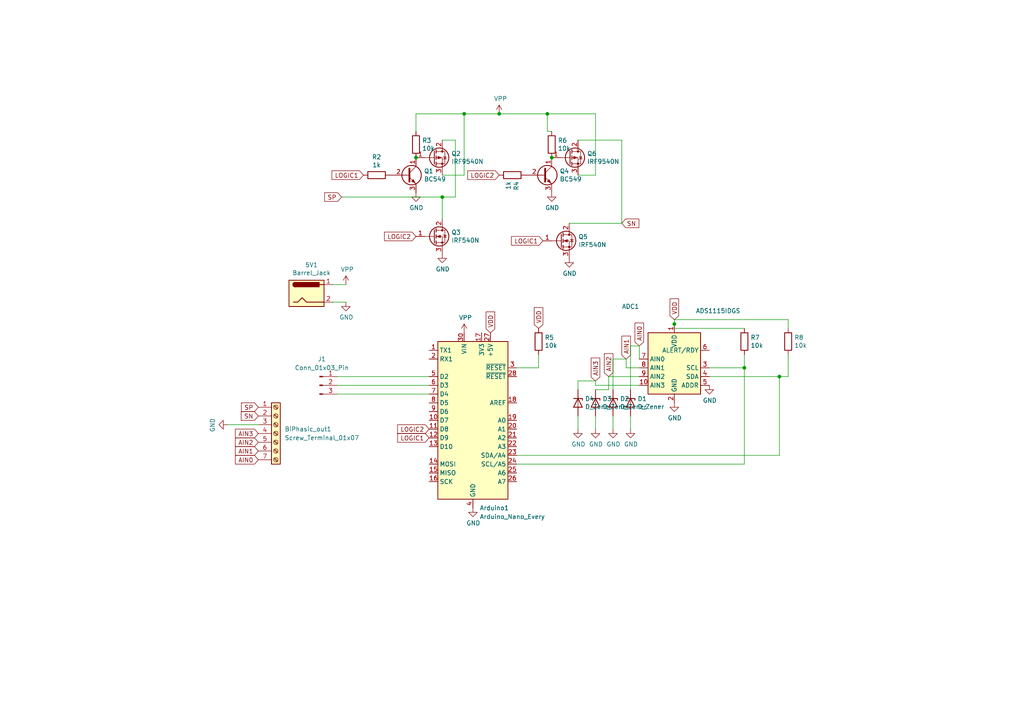
<source format=kicad_sch>
(kicad_sch (version 20230121) (generator eeschema)
  (paper "A4")
  (lib_symbols
    (symbol "Analog_ADC:ADS1115IDGS"
      (property "Reference" "U3" (at -12.7 17.78 0))
      (property "Value" "ADS1115IDGS" (at 12.7 16.51 0))
      (symbol "ADS1115IDGS_0_1"
        (rectangle (start -7.62 10.16) (end 7.62 -7.62) (stroke (width 0.254)) (fill (type background)))
      )
      (symbol "ADS1115IDGS_1_1"
        (pin power_in line (at 0 12.7 270) (length 2.54) (name "VDD") (number "1"))
        (pin input line (at -10.16 -5.08 0) (length 2.54) (name "AIN3") (number "10"))
        (pin power_in line (at 0 -10.16 90) (length 2.54) (name "GND") (number "2"))
        (pin input line (at 10.16 0 180) (length 2.54) (name "SCL") (number "3"))
        (pin bidirectional line (at 10.16 -2.54 180) (length 2.54) (name "SDA") (number "4"))
        (pin input line (at 10.16 -5.08 180) (length 2.54) (name "ADDR") (number "5"))
        (pin output line (at 10.16 5.08 180) (length 2.54) (name "ALERT/RDY") (number "6"))
        (pin input line (at -10.16 2.54 0) (length 2.54) (name "AIN0") (number "7"))
        (pin input line (at -10.16 0 0) (length 2.54) (name "AIN1") (number "8"))
        (pin input line (at -10.16 -2.54 0) (length 2.54) (name "AIN2") (number "9"))
      )
    )
    (symbol "Connector:Barrel_Jack" (pin_names (offset 1.016))
      (property "Reference" "J" (at 0 5.334 0))
      (property "Value" "Barrel_Jack" (at 0 -5.08 0))
      (symbol "Barrel_Jack_0_1"
        (rectangle (start -5.08 3.81) (end 5.08 -3.81) (stroke (width 0.254)) (fill (type background)))
        (arc (start -3.302 3.175) (mid -3.9343 2.54) (end -3.302 1.905) (stroke (width 0.254)))
        (arc (start -3.302 3.175) (mid -3.9343 2.54) (end -3.302 1.905) (stroke (width 0.254)) (fill (type outline)))
        (polyline (pts (xy 5.08 2.54) (xy 3.81 2.54)) (stroke (width 0.254)))
        (polyline (pts (xy -3.81 -2.54) (xy -2.54 -2.54) (xy -1.27 -1.27) (xy 0 -2.54) (xy 2.54 -2.54) (xy 5.08 -2.54)) (stroke (width 0.254)))
        (rectangle (start 3.683 3.175) (end -3.302 1.905) (stroke (width 0.254)) (fill (type outline)))
      )
      (symbol "Barrel_Jack_1_1"
        (pin passive line (at 7.62 2.54 180) (length 2.54) (name "~") (number "1"))
        (pin passive line (at 7.62 -2.54 180) (length 2.54) (name "~") (number "2"))
      )
    )
    (symbol "Connector:Conn_01x03_Pin" (pin_names (offset 1.016) hide)
      (property "Reference" "J" (at 0 5.08 0))
      (property "Value" "Conn_01x03_Pin" (at 0 -5.08 0))
      (symbol "Conn_01x03_Pin_1_1"
        (polyline (pts (xy 1.27 -2.54) (xy 0.8636 -2.54)) (stroke (width 0.1524)))
        (polyline (pts (xy 1.27 0) (xy 0.8636 0)) (stroke (width 0.1524)))
        (polyline (pts (xy 1.27 2.54) (xy 0.8636 2.54)) (stroke (width 0.1524)))
        (rectangle (start 0.8636 -2.413) (end 0 -2.667) (stroke (width 0.1524)) (fill (type outline)))
        (rectangle (start 0.8636 0.127) (end 0 -0.127) (stroke (width 0.1524)) (fill (type outline)))
        (rectangle (start 0.8636 2.667) (end 0 2.413) (stroke (width 0.1524)) (fill (type outline)))
        (pin passive line (at 5.08 2.54 180) (length 3.81) (name "Pin_1") (number "1"))
        (pin passive line (at 5.08 0 180) (length 3.81) (name "Pin_2") (number "2"))
        (pin passive line (at 5.08 -2.54 180) (length 3.81) (name "Pin_3") (number "3"))
      )
    )
    (symbol "Connector:Screw_Terminal_01x07" (pin_names (offset 1.016) hide)
      (property "Reference" "J" (at 0 10.16 0))
      (property "Value" "Screw_Terminal_01x07" (at 0 -10.16 0))
      (symbol "Screw_Terminal_01x07_1_1"
        (rectangle (start -1.27 8.89) (end 1.27 -8.89) (stroke (width 0.254)) (fill (type background)))
        (circle (center 0 -7.62) (radius 0.635) (stroke (width 0.1524)))
        (circle (center 0 -5.08) (radius 0.635) (stroke (width 0.1524)))
        (circle (center 0 -2.54) (radius 0.635) (stroke (width 0.1524)))
        (polyline (pts (xy -0.5334 -7.2898) (xy 0.3302 -8.128)) (stroke (width 0.1524)))
        (polyline (pts (xy -0.5334 -4.7498) (xy 0.3302 -5.588)) (stroke (width 0.1524)))
        (polyline (pts (xy -0.5334 -2.2098) (xy 0.3302 -3.048)) (stroke (width 0.1524)))
        (polyline (pts (xy -0.5334 0.3302) (xy 0.3302 -0.508)) (stroke (width 0.1524)))
        (polyline (pts (xy -0.5334 2.8702) (xy 0.3302 2.032)) (stroke (width 0.1524)))
        (polyline (pts (xy -0.5334 5.4102) (xy 0.3302 4.572)) (stroke (width 0.1524)))
        (polyline (pts (xy -0.5334 7.9502) (xy 0.3302 7.112)) (stroke (width 0.1524)))
        (polyline (pts (xy -0.3556 -7.112) (xy 0.508 -7.9502)) (stroke (width 0.1524)))
        (polyline (pts (xy -0.3556 -4.572) (xy 0.508 -5.4102)) (stroke (width 0.1524)))
        (polyline (pts (xy -0.3556 -2.032) (xy 0.508 -2.8702)) (stroke (width 0.1524)))
        (polyline (pts (xy -0.3556 0.508) (xy 0.508 -0.3302)) (stroke (width 0.1524)))
        (polyline (pts (xy -0.3556 3.048) (xy 0.508 2.2098)) (stroke (width 0.1524)))
        (polyline (pts (xy -0.3556 5.588) (xy 0.508 4.7498)) (stroke (width 0.1524)))
        (polyline (pts (xy -0.3556 8.128) (xy 0.508 7.2898)) (stroke (width 0.1524)))
        (circle (center 0 0) (radius 0.635) (stroke (width 0.1524)))
        (circle (center 0 2.54) (radius 0.635) (stroke (width 0.1524)))
        (circle (center 0 5.08) (radius 0.635) (stroke (width 0.1524)))
        (circle (center 0 7.62) (radius 0.635) (stroke (width 0.1524)))
        (pin passive line (at -5.08 7.62 0) (length 3.81) (name "Pin_1") (number "1"))
        (pin passive line (at -5.08 5.08 0) (length 3.81) (name "Pin_2") (number "2"))
        (pin passive line (at -5.08 2.54 0) (length 3.81) (name "Pin_3") (number "3"))
        (pin passive line (at -5.08 0 0) (length 3.81) (name "Pin_4") (number "4"))
        (pin passive line (at -5.08 -2.54 0) (length 3.81) (name "Pin_5") (number "5"))
        (pin passive line (at -5.08 -5.08 0) (length 3.81) (name "Pin_6") (number "6"))
        (pin passive line (at -5.08 -7.62 0) (length 3.81) (name "Pin_7") (number "7"))
      )
    )
    (symbol "Device:D_Zener" (pin_numbers hide) (pin_names (offset 1.016) hide)
      (property "Reference" "D" (at 0 2.54 0))
      (property "Value" "D_Zener" (at 0 -2.54 0))
      (symbol "D_Zener_0_1"
        (polyline (pts (xy 1.27 0) (xy -1.27 0)))
        (polyline (pts (xy -1.27 -1.27) (xy -1.27 1.27) (xy -0.762 1.27)) (stroke (width 0.254)))
        (polyline (pts (xy 1.27 -1.27) (xy 1.27 1.27) (xy -1.27 0) (xy 1.27 -1.27)) (stroke (width 0.254)))
      )
      (symbol "D_Zener_1_1"
        (pin passive line (at -3.81 0 0) (length 2.54) (name "K") (number "1"))
        (pin passive line (at 3.81 0 180) (length 2.54) (name "A") (number "2"))
      )
    )
    (symbol "Device:R" (pin_numbers hide) (pin_names (offset 0))
      (property "Reference" "R" (at 2.032 0 90))
      (property "Value" "R" (at 0 0 90))
      (symbol "R_0_1"
        (rectangle (start -1.016 -2.54) (end 1.016 2.54) (stroke (width 0.254)))
      )
      (symbol "R_1_1"
        (pin passive line (at 0 3.81 270) (length 1.27) (name "~") (number "1"))
        (pin passive line (at 0 -3.81 90) (length 1.27) (name "~") (number "2"))
      )
    )
    (symbol "MCU_Module:Arduino_Nano_Every"
      (property "Reference" "A" (at -10.16 23.495 0))
      (property "Value" "Arduino_Nano_Every" (at 5.08 -24.13 0))
      (symbol "Arduino_Nano_Every_0_1"
        (rectangle (start -10.16 22.86) (end 10.16 -22.86) (stroke (width 0.254)) (fill (type background)))
      )
      (symbol "Arduino_Nano_Every_1_1"
        (pin bidirectional line (at -12.7 20.32 0) (length 2.54) (name "TX1") (number "1"))
        (pin bidirectional line (at -12.7 0 0) (length 2.54) (name "D7") (number "10"))
        (pin bidirectional line (at -12.7 -2.54 0) (length 2.54) (name "D8") (number "11"))
        (pin bidirectional line (at -12.7 -5.08 0) (length 2.54) (name "D9") (number "12"))
        (pin bidirectional line (at -12.7 -7.62 0) (length 2.54) (name "D10") (number "13"))
        (pin bidirectional line (at -12.7 -12.7 0) (length 2.54) (name "MOSI") (number "14"))
        (pin bidirectional line (at -12.7 -15.24 0) (length 2.54) (name "MISO") (number "15"))
        (pin bidirectional line (at -12.7 -17.78 0) (length 2.54) (name "SCK") (number "16"))
        (pin power_out line (at 2.54 25.4 270) (length 2.54) (name "3V3") (number "17"))
        (pin input line (at 12.7 5.08 180) (length 2.54) (name "AREF") (number "18"))
        (pin bidirectional line (at 12.7 0 180) (length 2.54) (name "A0") (number "19"))
        (pin bidirectional line (at -12.7 17.78 0) (length 2.54) (name "RX1") (number "2"))
        (pin bidirectional line (at 12.7 -2.54 180) (length 2.54) (name "A1") (number "20"))
        (pin bidirectional line (at 12.7 -5.08 180) (length 2.54) (name "A2") (number "21"))
        (pin bidirectional line (at 12.7 -7.62 180) (length 2.54) (name "A3") (number "22"))
        (pin bidirectional line (at 12.7 -10.16 180) (length 2.54) (name "SDA/A4") (number "23"))
        (pin bidirectional line (at 12.7 -12.7 180) (length 2.54) (name "SCL/A5") (number "24"))
        (pin bidirectional line (at 12.7 -15.24 180) (length 2.54) (name "A6") (number "25"))
        (pin bidirectional line (at 12.7 -17.78 180) (length 2.54) (name "A7") (number "26"))
        (pin power_out line (at 5.08 25.4 270) (length 2.54) (name "+5V") (number "27"))
        (pin input line (at 12.7 12.7 180) (length 2.54) (name "~{RESET}") (number "28"))
        (pin passive line (at 0 -25.4 90) (length 2.54) hide (name "GND") (number "29"))
        (pin input line (at 12.7 15.24 180) (length 2.54) (name "~{RESET}") (number "3"))
        (pin power_in line (at -2.54 25.4 270) (length 2.54) (name "VIN") (number "30"))
        (pin power_in line (at 0 -25.4 90) (length 2.54) (name "GND") (number "4"))
        (pin bidirectional line (at -12.7 12.7 0) (length 2.54) (name "D2") (number "5"))
        (pin bidirectional line (at -12.7 10.16 0) (length 2.54) (name "D3") (number "6"))
        (pin bidirectional line (at -12.7 7.62 0) (length 2.54) (name "D4") (number "7"))
        (pin bidirectional line (at -12.7 5.08 0) (length 2.54) (name "D5") (number "8"))
        (pin bidirectional line (at -12.7 2.54 0) (length 2.54) (name "D6") (number "9"))
      )
    )
    (symbol "Transistor_BJT:BC549" (pin_names (offset 0) hide)
      (property "Reference" "Q" (at 5.08 1.905 0))
      (property "Value" "BC549" (at 5.08 0 0))
      (symbol "BC549_0_1"
        (polyline (pts (xy 0 0) (xy 0.635 0)))
        (polyline (pts (xy 0.635 0.635) (xy 2.54 2.54)))
        (polyline (pts (xy 0.635 -0.635) (xy 2.54 -2.54) (xy 2.54 -2.54)))
        (polyline (pts (xy 0.635 1.905) (xy 0.635 -1.905) (xy 0.635 -1.905)) (stroke (width 0.508)))
        (polyline (pts (xy 1.27 -1.778) (xy 1.778 -1.27) (xy 2.286 -2.286) (xy 1.27 -1.778) (xy 1.27 -1.778)) (fill (type outline)))
        (circle (center 1.27 0) (radius 2.8194) (stroke (width 0.254)))
      )
      (symbol "BC549_1_1"
        (pin passive line (at 2.54 5.08 270) (length 2.54) (name "C") (number "1"))
        (pin input line (at -5.08 0 0) (length 5.08) (name "B") (number "2"))
        (pin passive line (at 2.54 -5.08 90) (length 2.54) (name "E") (number "3"))
      )
    )
    (symbol "Transistor_FET:IRF540N" (pin_names hide)
      (property "Reference" "Q" (at 6.35 1.905 0))
      (property "Value" "IRF540N" (at 6.35 0 0))
      (symbol "IRF540N_0_1"
        (polyline (pts (xy 0.254 0) (xy -2.54 0)))
        (polyline (pts (xy 0.254 1.905) (xy 0.254 -1.905)) (stroke (width 0.254)))
        (polyline (pts (xy 0.762 -1.27) (xy 0.762 -2.286)) (stroke (width 0.254)))
        (polyline (pts (xy 0.762 0.508) (xy 0.762 -0.508)) (stroke (width 0.254)))
        (polyline (pts (xy 0.762 2.286) (xy 0.762 1.27)) (stroke (width 0.254)))
        (polyline (pts (xy 2.54 2.54) (xy 2.54 1.778)))
        (polyline (pts (xy 2.54 -2.54) (xy 2.54 0) (xy 0.762 0)))
        (polyline (pts (xy 0.762 -1.778) (xy 3.302 -1.778) (xy 3.302 1.778) (xy 0.762 1.778)))
        (polyline (pts (xy 1.016 0) (xy 2.032 0.381) (xy 2.032 -0.381) (xy 1.016 0)) (fill (type outline)))
        (polyline (pts (xy 2.794 0.508) (xy 2.921 0.381) (xy 3.683 0.381) (xy 3.81 0.254)))
        (polyline (pts (xy 3.302 0.381) (xy 2.921 -0.254) (xy 3.683 -0.254) (xy 3.302 0.381)))
        (circle (center 1.651 0) (radius 2.794) (stroke (width 0.254)))
        (circle (center 2.54 -1.778) (radius 0.254) (fill (type outline)))
        (circle (center 2.54 1.778) (radius 0.254) (fill (type outline)))
      )
      (symbol "IRF540N_1_1"
        (pin input line (at -5.08 0 0) (length 2.54) (name "G") (number "1"))
        (pin passive line (at 2.54 5.08 270) (length 2.54) (name "D") (number "2"))
        (pin passive line (at 2.54 -5.08 90) (length 2.54) (name "S") (number "3"))
      )
    )
    (symbol "Transistor_FET:IRF9540N" (pin_names hide)
      (property "Reference" "Q" (at 5.08 1.905 0))
      (property "Value" "IRF9540N" (at 5.08 0 0))
      (symbol "IRF9540N_0_1"
        (polyline (pts (xy 0.254 0) (xy -2.54 0)))
        (polyline (pts (xy 0.254 1.905) (xy 0.254 -1.905)) (stroke (width 0.254)))
        (polyline (pts (xy 0.762 -1.27) (xy 0.762 -2.286)) (stroke (width 0.254)))
        (polyline (pts (xy 0.762 0.508) (xy 0.762 -0.508)) (stroke (width 0.254)))
        (polyline (pts (xy 0.762 2.286) (xy 0.762 1.27)) (stroke (width 0.254)))
        (polyline (pts (xy 2.54 2.54) (xy 2.54 1.778)))
        (polyline (pts (xy 2.54 -2.54) (xy 2.54 0) (xy 0.762 0)))
        (polyline (pts (xy 0.762 1.778) (xy 3.302 1.778) (xy 3.302 -1.778) (xy 0.762 -1.778)))
        (polyline (pts (xy 2.286 0) (xy 1.27 0.381) (xy 1.27 -0.381) (xy 2.286 0)) (fill (type outline)))
        (polyline (pts (xy 2.794 -0.508) (xy 2.921 -0.381) (xy 3.683 -0.381) (xy 3.81 -0.254)))
        (polyline (pts (xy 3.302 -0.381) (xy 2.921 0.254) (xy 3.683 0.254) (xy 3.302 -0.381)))
        (circle (center 1.651 0) (radius 2.794) (stroke (width 0.254)))
        (circle (center 2.54 -1.778) (radius 0.254) (fill (type outline)))
        (circle (center 2.54 1.778) (radius 0.254) (fill (type outline)))
      )
      (symbol "IRF9540N_1_1"
        (pin input line (at -5.08 0 0) (length 2.54) (name "G") (number "1"))
        (pin passive line (at 2.54 5.08 270) (length 2.54) (name "D") (number "2"))
        (pin passive line (at 2.54 -5.08 90) (length 2.54) (name "S") (number "3"))
      )
    )
    (symbol "power:GND" (power) (pin_names (offset 0))
      (property "Value" "GND" (at 0 -3.81 0))
      (symbol "GND_0_1"
        (polyline (pts (xy 0 0) (xy 0 -1.27) (xy 1.27 -1.27) (xy 0 -2.54) (xy -1.27 -1.27) (xy 0 -1.27)))
      )
      (symbol "GND_1_1"
        (pin power_in line (at 0 0 270) (length 0) hide (name "GND") (number "1"))
      )
    )
    (symbol "power:VPP" (power) (pin_names (offset 0))
      (property "Value" "VPP" (at 0 3.81 0))
      (symbol "VPP_0_1"
        (polyline (pts (xy -0.762 1.27) (xy 0 2.54)))
        (polyline (pts (xy 0 0) (xy 0 2.54)))
        (polyline (pts (xy 0 2.54) (xy 0.762 1.27)))
      )
      (symbol "VPP_1_1"
        (pin power_in line (at 0 0 90) (length 0) hide (name "VPP") (number "1"))
      )
    )
  )
  (junction (at 158.75 33.02))
  (junction (at 226.06 109.22))
  (junction (at 144.78 33.02))
  (junction (at 215.9 106.68))
  (junction (at 160.02 45.72))
  (junction (at 134.62 33.02))
  (junction (at 195.58 93.98))
  (junction (at 128.27 57.15))
  (junction (at 120.65 45.72))
  (wire (pts (xy 120.65 33.02) (xy 134.62 33.02)))
  (wire (pts (xy 167.64 120.65) (xy 167.64 124.46)))
  (wire (pts (xy 195.58 92.71) (xy 228.6 92.71)))
  (wire (pts (xy 167.64 110.49) (xy 172.72 110.49)))
  (wire (pts (xy 182.88 113.03) (xy 182.88 100.33)))
  (wire (pts (xy 134.62 50.8) (xy 134.62 33.02)))
  (wire (pts (xy 99.06 57.15) (xy 128.27 57.15)))
  (wire (pts (xy 149.86 134.62) (xy 215.9 134.62)))
  (wire (pts (xy 172.72 50.8) (xy 172.72 33.02)))
  (wire (pts (xy 195.58 95.25) (xy 195.58 93.98)))
  (wire (pts (xy 132.08 57.15) (xy 128.27 57.15)))
  (wire (pts (xy 167.64 113.03) (xy 167.64 110.49)))
  (wire (pts (xy 228.6 95.25) (xy 228.6 92.71)))
  (wire (pts (xy 185.42 100.33) (xy 185.42 104.14)))
  (wire (pts (xy 185.42 111.76) (xy 172.72 111.76)))
  (wire (pts (xy 215.9 95.25) (xy 195.58 95.25)))
  (wire (pts (xy 132.08 40.64) (xy 132.08 57.15)))
  (wire (pts (xy 128.27 40.64) (xy 132.08 40.64)))
  (wire (pts (xy 158.75 33.02) (xy 158.75 38.1)))
  (wire (pts (xy 120.65 33.02) (xy 120.65 38.1)))
  (wire (pts (xy 172.72 120.65) (xy 172.72 124.46)))
  (wire (pts (xy 97.79 114.3) (xy 124.46 114.3)))
  (wire (pts (xy 158.75 33.02) (xy 172.72 33.02)))
  (wire (pts (xy 185.42 106.68) (xy 181.61 106.68)))
  (wire (pts (xy 181.61 106.68) (xy 181.61 104.14)))
  (wire (pts (xy 128.27 50.8) (xy 134.62 50.8)))
  (wire (pts (xy 215.9 106.68) (xy 215.9 134.62)))
  (wire (pts (xy 195.58 93.98) (xy 195.58 92.71)))
  (wire (pts (xy 97.79 109.22) (xy 124.46 109.22)))
  (wire (pts (xy 182.88 120.65) (xy 182.88 124.46)))
  (wire (pts (xy 226.06 109.22) (xy 228.6 109.22)))
  (wire (pts (xy 215.9 106.68) (xy 215.9 102.87)))
  (wire (pts (xy 177.8 120.65) (xy 177.8 124.46)))
  (wire (pts (xy 205.74 106.68) (xy 215.9 106.68)))
  (wire (pts (xy 177.8 113.03) (xy 177.8 104.14)))
  (wire (pts (xy 97.79 111.76) (xy 124.46 111.76)))
  (wire (pts (xy 167.64 50.8) (xy 172.72 50.8)))
  (wire (pts (xy 228.6 109.22) (xy 228.6 102.87)))
  (wire (pts (xy 96.52 87.63) (xy 100.33 87.63)))
  (wire (pts (xy 128.27 57.15) (xy 128.27 63.5)))
  (wire (pts (xy 226.06 132.08) (xy 149.86 132.08)))
  (wire (pts (xy 96.52 82.55) (xy 100.33 82.55)))
  (wire (pts (xy 176.53 109.22) (xy 185.42 109.22)))
  (wire (pts (xy 165.1 64.77) (xy 180.34 64.77)))
  (wire (pts (xy 172.72 111.76) (xy 172.72 110.49)))
  (wire (pts (xy 144.78 33.02) (xy 158.75 33.02)))
  (wire (pts (xy 156.21 102.87) (xy 156.21 106.68)))
  (wire (pts (xy 205.74 109.22) (xy 226.06 109.22)))
  (wire (pts (xy 172.72 113.03) (xy 176.53 113.03)))
  (wire (pts (xy 134.62 33.02) (xy 144.78 33.02)))
  (wire (pts (xy 180.34 40.64) (xy 180.34 64.77)))
  (wire (pts (xy 66.04 123.19) (xy 74.93 123.19)))
  (wire (pts (xy 167.64 40.64) (xy 180.34 40.64)))
  (wire (pts (xy 149.86 106.68) (xy 156.21 106.68)))
  (wire (pts (xy 182.88 100.33) (xy 185.42 100.33)))
  (wire (pts (xy 158.75 38.1) (xy 160.02 38.1)))
  (wire (pts (xy 226.06 109.22) (xy 226.06 132.08)))
  (wire (pts (xy 177.8 104.14) (xy 181.61 104.14)))
  (wire (pts (xy 176.53 109.22) (xy 176.53 113.03)))
  (global_label "AIN1" (shape input) (at 181.61 104.14 90) (property "Intersheetrefs" "${INTERSHEET_REFS}" (effects hide)))
  (global_label "AIN0" (shape input) (at 74.93 133.35 180) (property "Intersheetrefs" "${INTERSHEET_REFS}" (effects hide)))
  (global_label "LOGIC2" (shape input) (at 124.46 124.46 180) (property "Intersheetrefs" "${INTERSHEET_REFS}" (effects hide)))
  (global_label "AIN3" (shape input) (at 172.72 110.49 90) (property "Intersheetrefs" "${INTERSHEET_REFS}" (effects hide)))
  (global_label "LOGIC1" (shape input) (at 157.48 69.85 180) (property "Intersheetrefs" "${INTERSHEET_REFS}" (effects hide)))
  (global_label "SP" (shape input) (at 99.06 57.15 180) (property "Intersheetrefs" "${INTERSHEET_REFS}" (effects hide)))
  (global_label "VDD" (shape input) (at 195.58 92.71 90) (property "Intersheetrefs" "${INTERSHEET_REFS}" (effects hide)))
  (global_label "LOGIC2" (shape input) (at 120.65 68.58 180) (property "Intersheetrefs" "${INTERSHEET_REFS}" (effects hide)))
  (global_label "AIN2" (shape input) (at 74.93 128.27 180) (property "Intersheetrefs" "${INTERSHEET_REFS}" (effects hide)))
  (global_label "SN" (shape input) (at 74.93 120.65 180) (property "Intersheetrefs" "${INTERSHEET_REFS}" (effects hide)))
  (global_label "AIN2" (shape input) (at 176.53 109.22 90) (property "Intersheetrefs" "${INTERSHEET_REFS}" (effects hide)))
  (global_label "AIN0" (shape input) (at 185.42 100.33 90) (property "Intersheetrefs" "${INTERSHEET_REFS}" (effects hide)))
  (global_label "VDD" (shape input) (at 142.24 96.52 90) (property "Intersheetrefs" "${INTERSHEET_REFS}" (effects hide)))
  (global_label "AIN3" (shape input) (at 74.93 125.73 180) (property "Intersheetrefs" "${INTERSHEET_REFS}" (effects hide)))
  (global_label "LOGIC1" (shape input) (at 105.41 50.8 180) (property "Intersheetrefs" "${INTERSHEET_REFS}" (effects hide)))
  (global_label "AIN1" (shape input) (at 74.93 130.81 180) (property "Intersheetrefs" "${INTERSHEET_REFS}" (effects hide)))
  (global_label "SN" (shape input) (at 180.34 64.77 0) (property "Intersheetrefs" "${INTERSHEET_REFS}" (effects hide)))
  (global_label "VDD" (shape input) (at 156.21 95.25 90) (property "Intersheetrefs" "${INTERSHEET_REFS}" (effects hide)))
  (global_label "LOGIC1" (shape input) (at 124.46 127 180) (property "Intersheetrefs" "${INTERSHEET_REFS}" (effects hide)))
  (global_label "LOGIC2" (shape input) (at 144.78 50.8 180) (property "Intersheetrefs" "${INTERSHEET_REFS}" (effects hide)))
  (global_label "SP" (shape input) (at 74.93 118.11 180) (property "Intersheetrefs" "${INTERSHEET_REFS}" (effects hide)))
  (symbol (lib_id "Device:R") (at 215.9 99.06 0) (unit 1)
    (property "Reference" "R7" (at 217.678 97.8916 0) (effects (justify left)))
    (property "Value" "10k" (at 217.678 100.203 0) (effects (justify left)))
    (property "Footprint" "Resistor_SMD:R_1206_3216Metric" (effects hide))
  )
  (symbol (lib_id "power:GND") (at 100.33 87.63 0) (unit 1)
    (property "Reference" "#PWR03" (effects hide))
    (property "Value" "GND" (at 100.457 92.0242 0))
  )
  (symbol (lib_id "power:VPP") (at 144.78 33.02 0) (unit 1)
    (property "Reference" "#PWR08" (effects hide))
    (property "Value" "VPP" (at 145.161 28.6258 0))
  )
  (symbol (lib_id "Transistor_FET:IRF540N") (at 125.73 68.58 0) (unit 1)
    (property "Reference" "Q3" (at 130.9116 67.4116 0) (effects (justify left)))
    (property "Value" "IRF540N" (at 130.9116 69.723 0) (effects (justify left)))
    (property "Footprint" "Package_TO_SOT_THT:TO-220-3_Vertical" (effects hide))
    (property "Datasheet" "http://www.irf.com/product-info/datasheets/data/irf540n.pdf" (effects hide))
  )
  (symbol (lib_id "power:GND") (at 66.04 123.19 270) (unit 1)
    (property "Reference" "#PWR01" (effects hide))
    (property "Value" "GND" (at 61.6458 123.317 0))
  )
  (symbol (lib_id "Device:R") (at 148.59 50.8 270) (unit 1)
    (property "Reference" "R4" (at 149.7584 52.578 0) (effects (justify left)))
    (property "Value" "1k" (at 147.447 52.578 0) (effects (justify left)))
    (property "Footprint" "Resistor_SMD:R_1206_3216Metric" (effects hide))
  )
  (symbol (lib_id "power:VPP") (at 134.62 96.52 0) (unit 1)
    (property "Reference" "#PWR06" (effects hide))
    (property "Value" "VPP" (at 135.001 92.1258 0))
  )
  (symbol (lib_id "power:GND") (at 120.65 55.88 0) (unit 1)
    (property "Reference" "#PWR04" (effects hide))
    (property "Value" "GND" (at 120.777 60.2742 0))
  )
  (symbol (lib_id "power:GND") (at 177.8 124.46 0) (unit 1)
    (property "Reference" "#PWR013" (effects hide))
    (property "Value" "GND" (at 177.927 128.8542 0))
  )
  (symbol (lib_id "Device:R") (at 228.6 99.06 0) (unit 1)
    (property "Reference" "R8" (at 230.378 97.8916 0) (effects (justify left)))
    (property "Value" "10k" (at 230.378 100.203 0) (effects (justify left)))
    (property "Footprint" "Resistor_SMD:R_1206_3216Metric" (effects hide))
  )
  (symbol (lib_id "Device:R") (at 156.21 99.06 0) (unit 1)
    (property "Reference" "R5" (at 157.988 97.8916 0) (effects (justify left)))
    (property "Value" "10k" (at 157.988 100.203 0) (effects (justify left)))
    (property "Footprint" "Resistor_SMD:R_1206_3216Metric" (effects hide))
  )
  (symbol (lib_id "Connector:Screw_Terminal_01x07") (at 80.01 125.73 0) (unit 1)
    (property "Reference" "BiPhasic_out1" (at 82.55 124.46 0) (effects (justify left)))
    (property "Value" "Screw_Terminal_01x07" (at 82.55 127 0) (effects (justify left)))
    (property "Footprint" "TerminalBlock_Phoenix:TerminalBlock_Phoenix_MKDS-1,5-7-5.08_1x07_P5.08mm_Horizontal" (effects hide))
  )
  (symbol (lib_id "Connector:Barrel_Jack") (at 88.9 85.09 0) (unit 1)
    (property "Reference" "5V1" (at 90.3478 76.835 0))
    (property "Value" "Barrel_Jack" (at 90.3478 79.1464 0))
    (property "Footprint" "Connector_BarrelJack:BarrelJack_Horizontal" (effects hide))
  )
  (symbol (lib_id "Transistor_FET:IRF540N") (at 162.56 69.85 0) (unit 1)
    (property "Reference" "Q5" (at 167.7416 68.6816 0) (effects (justify left)))
    (property "Value" "IRF540N" (at 167.7416 70.993 0) (effects (justify left)))
    (property "Footprint" "Package_TO_SOT_THT:TO-220-3_Vertical" (effects hide))
    (property "Datasheet" "http://www.irf.com/product-info/datasheets/data/irf540n.pdf" (effects hide))
  )
  (symbol (lib_id "power:GND") (at 165.1 74.93 0) (unit 1)
    (property "Reference" "#PWR010" (effects hide))
    (property "Value" "GND" (at 165.227 79.3242 0))
  )
  (symbol (lib_id "Device:D_Zener") (at 167.64 116.84 270) (unit 1)
    (property "Reference" "D4" (at 169.672 115.6716 90) (effects (justify left)))
    (property "Value" "D_Zener" (at 169.672 117.983 90) (effects (justify left)))
    (property "Footprint" "Diode_THT:D_DO-35_SOD27_P7.62mm_Horizontal" (effects hide))
  )
  (symbol (lib_id "power:GND") (at 137.16 147.32 0) (unit 1)
    (property "Reference" "#PWR07" (effects hide))
    (property "Value" "GND" (at 137.287 151.7142 0))
  )
  (symbol (lib_id "power:GND") (at 167.64 124.46 0) (unit 1)
    (property "Reference" "#PWR011" (effects hide))
    (property "Value" "GND" (at 167.767 128.8542 0))
  )
  (symbol (lib_id "Device:D_Zener") (at 177.8 116.84 270) (unit 1)
    (property "Reference" "D2" (at 179.832 115.6716 90) (effects (justify left)))
    (property "Value" "D_Zener" (at 179.832 117.983 90) (effects (justify left)))
    (property "Footprint" "Diode_THT:D_DO-35_SOD27_P7.62mm_Horizontal" (effects hide))
  )
  (symbol (lib_id "Device:R") (at 120.65 41.91 0) (unit 1)
    (property "Reference" "R3" (at 122.428 40.7416 0) (effects (justify left)))
    (property "Value" "10k" (at 122.428 43.053 0) (effects (justify left)))
    (property "Footprint" "Resistor_SMD:R_1206_3216Metric" (effects hide))
  )
  (symbol (lib_id "MCU_Module:Arduino_Nano_Every") (at 137.16 121.92 0) (unit 1)
    (property "Reference" "Arduino1" (at 139.1159 147.32 0) (effects (justify left)))
    (property "Value" "Arduino_Nano_Every" (at 139.1159 149.86 0) (effects (justify left)))
    (property "Footprint" "Module:Arduino_Nano" (effects hide))
    (property "Datasheet" "https://content.arduino.cc/assets/NANOEveryV3.0_sch.pdf" (effects hide))
  )
  (symbol (lib_id "Device:D_Zener") (at 172.72 116.84 270) (unit 1)
    (property "Reference" "D3" (at 174.752 115.6716 90) (effects (justify left)))
    (property "Value" "D_Zener" (at 174.752 117.983 90) (effects (justify left)))
    (property "Footprint" "Diode_THT:D_DO-35_SOD27_P7.62mm_Horizontal" (effects hide))
  )
  (symbol (lib_id "power:GND") (at 128.27 73.66 0) (unit 1)
    (property "Reference" "#PWR05" (effects hide))
    (property "Value" "GND" (at 128.397 78.0542 0))
  )
  (symbol (lib_id "Transistor_FET:IRF9540N") (at 165.1 45.72 0) (unit 1)
    (property "Reference" "Q6" (at 170.2816 44.5516 0) (effects (justify left)))
    (property "Value" "IRF9540N" (at 170.2816 46.863 0) (effects (justify left)))
    (property "Footprint" "Package_TO_SOT_THT:TO-220-3_Vertical" (effects hide))
    (property "Datasheet" "http://www.irf.com/product-info/datasheets/data/irf9540n.pdf" (effects hide))
  )
  (symbol (lib_id "power:GND") (at 205.74 111.76 0) (unit 1)
    (property "Reference" "#PWR016" (effects hide))
    (property "Value" "GND" (at 205.867 116.1542 0))
  )
  (symbol (lib_id "Connector:Conn_01x03_Pin") (at 92.71 111.76 0) (unit 1)
    (property "Reference" "J1" (at 93.345 104.14 0))
    (property "Value" "Conn_01x03_Pin" (at 93.345 106.68 0))
    (property "Footprint" "Connector_PinHeader_2.54mm:PinHeader_1x03_P2.54mm_Vertical" (effects hide))
  )
  (symbol (lib_id "Analog_ADC:ADS1115IDGS") (at 195.58 106.68 0) (unit 1)
    (property "Reference" "ADC1" (at 182.88 88.9 0))
    (property "Value" "ADS1115IDGS" (at 208.28 90.17 0))
    (property "Footprint" "ads1115module_silkscreen:Adafruit_ADS1115" (effects hide))
    (property "Datasheet" "http://www.ti.com/lit/ds/symlink/ads1113.pdf" (effects hide))
  )
  (symbol (lib_id "power:GND") (at 182.88 124.46 0) (unit 1)
    (property "Reference" "#PWR014" (effects hide))
    (property "Value" "GND" (at 183.007 128.8542 0))
  )
  (symbol (lib_id "Transistor_BJT:BC549") (at 118.11 50.8 0) (unit 1)
    (property "Reference" "Q1" (at 122.9614 49.6316 0) (effects (justify left)))
    (property "Value" "BC549" (at 122.9614 51.943 0) (effects (justify left)))
    (property "Footprint" "Package_TO_SOT_THT:TO-92_Inline_Wide" (effects hide))
    (property "Datasheet" "https://www.onsemi.com/pub/Collateral/BC550-D.pdf" (effects hide))
  )
  (symbol (lib_id "Transistor_BJT:BC549") (at 157.48 50.8 0) (unit 1)
    (property "Reference" "Q4" (at 162.3314 49.6316 0) (effects (justify left)))
    (property "Value" "BC549" (at 162.3314 51.943 0) (effects (justify left)))
    (property "Footprint" "Package_TO_SOT_THT:TO-92_Inline_Wide" (effects hide))
    (property "Datasheet" "https://www.onsemi.com/pub/Collateral/BC550-D.pdf" (effects hide))
  )
  (symbol (lib_id "power:GND") (at 172.72 124.46 0) (unit 1)
    (property "Reference" "#PWR012" (effects hide))
    (property "Value" "GND" (at 172.847 128.8542 0))
  )
  (symbol (lib_id "Device:R") (at 160.02 41.91 0) (unit 1)
    (property "Reference" "R6" (at 161.798 40.7416 0) (effects (justify left)))
    (property "Value" "10k" (at 161.798 43.053 0) (effects (justify left)))
    (property "Footprint" "Resistor_SMD:R_1206_3216Metric" (effects hide))
  )
  (symbol (lib_id "Transistor_FET:IRF9540N") (at 125.73 45.72 0) (unit 1)
    (property "Reference" "Q2" (at 130.9116 44.5516 0) (effects (justify left)))
    (property "Value" "IRF9540N" (at 130.9116 46.863 0) (effects (justify left)))
    (property "Footprint" "Package_TO_SOT_THT:TO-220-3_Vertical" (effects hide))
    (property "Datasheet" "http://www.irf.com/product-info/datasheets/data/irf9540n.pdf" (effects hide))
  )
  (symbol (lib_id "Device:R") (at 109.22 50.8 270) (unit 1)
    (property "Reference" "R2" (at 109.22 45.5422 90))
    (property "Value" "1k" (at 109.22 47.8536 90))
    (property "Footprint" "Resistor_SMD:R_1206_3216Metric" (effects hide))
  )
  (symbol (lib_id "Device:D_Zener") (at 182.88 116.84 270) (unit 1)
    (property "Reference" "D1" (at 184.912 115.6716 90) (effects (justify left)))
    (property "Value" "D_Zener" (at 184.912 117.983 90) (effects (justify left)))
    (property "Footprint" "Diode_THT:D_DO-35_SOD27_P7.62mm_Horizontal" (effects hide))
  )
  (symbol (lib_id "power:GND") (at 160.02 55.88 0) (unit 1)
    (property "Reference" "#PWR09" (effects hide))
    (property "Value" "GND" (at 160.147 60.2742 0))
  )
  (symbol (lib_id "power:VPP") (at 100.33 82.55 0) (unit 1)
    (property "Reference" "#PWR02" (effects hide))
    (property "Value" "VPP" (at 100.711 78.1558 0))
  )
  (symbol (lib_id "power:GND") (at 195.58 116.84 0) (unit 1)
    (property "Reference" "#PWR015" (effects hide))
    (property "Value" "GND" (at 195.707 121.2342 0))
  )
)
</source>
